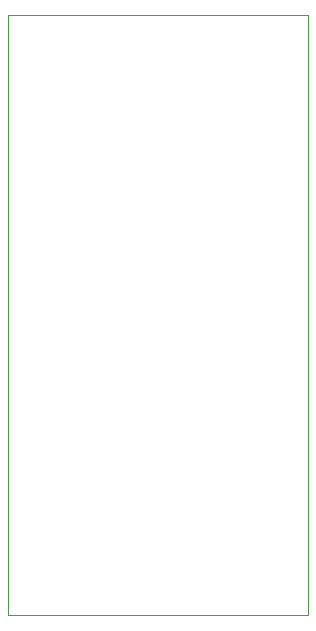
<source format=gbr>
G04 (created by PCBNEW (2013-07-07 BZR 4022)-stable) date 12/8/2013 11:31:44 AM*
%MOIN*%
G04 Gerber Fmt 3.4, Leading zero omitted, Abs format*
%FSLAX34Y34*%
G01*
G70*
G90*
G04 APERTURE LIST*
%ADD10C,0.00590551*%
%ADD11C,0.00393701*%
G04 APERTURE END LIST*
G54D10*
G54D11*
X80525Y-47160D02*
X80525Y-67160D01*
X90525Y-47160D02*
X80525Y-47160D01*
X90525Y-67160D02*
X90525Y-47160D01*
X80525Y-67160D02*
X90525Y-67160D01*
M02*

</source>
